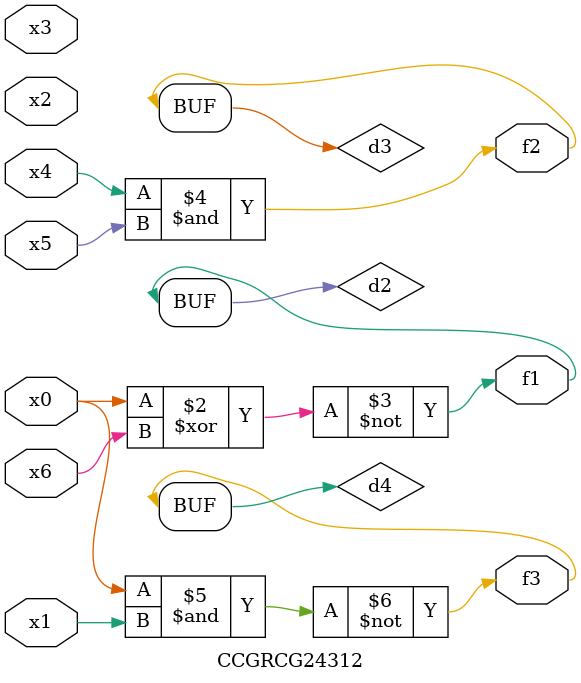
<source format=v>
module CCGRCG24312(
	input x0, x1, x2, x3, x4, x5, x6,
	output f1, f2, f3
);

	wire d1, d2, d3, d4;

	nor (d1, x0);
	xnor (d2, x0, x6);
	and (d3, x4, x5);
	nand (d4, x0, x1);
	assign f1 = d2;
	assign f2 = d3;
	assign f3 = d4;
endmodule

</source>
